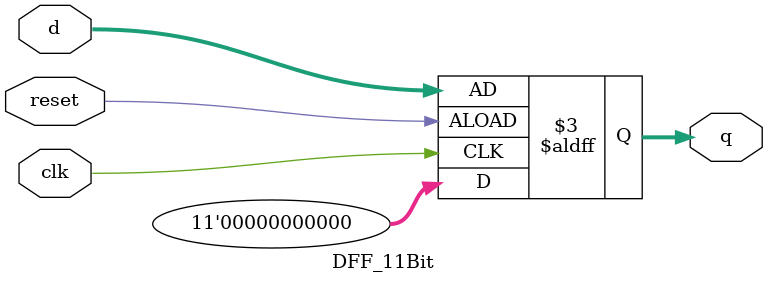
<source format=v>
module DFF_11Bit(clk, d, q, reset);
input [11:1] d;
input clk, reset;
output reg [11:1] q;

initial begin
	q <= 11'b00000000000;
end

always@(posedge clk or negedge reset)
	if(reset)
 		q <= 11'b00000000000;
	else
		q <= d;

endmodule

</source>
